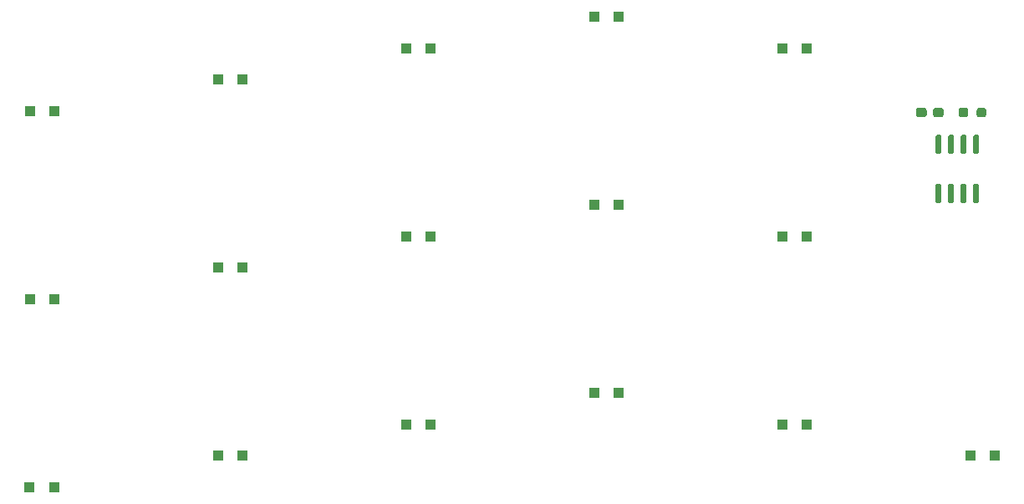
<source format=gbr>
%TF.GenerationSoftware,KiCad,Pcbnew,(5.1.9)-1*%
%TF.CreationDate,2021-08-25T16:33:49-05:00*%
%TF.ProjectId,TartarSauce,54617274-6172-4536-9175-63652e6b6963,rev?*%
%TF.SameCoordinates,Original*%
%TF.FileFunction,Paste,Bot*%
%TF.FilePolarity,Positive*%
%FSLAX46Y46*%
G04 Gerber Fmt 4.6, Leading zero omitted, Abs format (unit mm)*
G04 Created by KiCad (PCBNEW (5.1.9)-1) date 2021-08-25 16:33:49*
%MOMM*%
%LPD*%
G01*
G04 APERTURE LIST*
%ADD10R,1.000000X1.000000*%
G04 APERTURE END LIST*
D10*
%TO.C,D17*%
X136565000Y-100330000D03*
X139065000Y-100330000D03*
%TD*%
%TO.C,D15*%
X117515000Y-97155000D03*
X120015000Y-97155000D03*
%TD*%
%TO.C,D14*%
X117515000Y-78105000D03*
X120015000Y-78105000D03*
%TD*%
%TO.C,D13*%
X117515000Y-59055000D03*
X120015000Y-59055000D03*
%TD*%
%TO.C,D12*%
X98465000Y-93980000D03*
X100965000Y-93980000D03*
%TD*%
%TO.C,D11*%
X98465000Y-74930000D03*
X100965000Y-74930000D03*
%TD*%
%TO.C,D10*%
X98465000Y-55880000D03*
X100965000Y-55880000D03*
%TD*%
%TO.C,D9*%
X79415000Y-97155000D03*
X81915000Y-97155000D03*
%TD*%
%TO.C,D8*%
X79415000Y-78105000D03*
X81915000Y-78105000D03*
%TD*%
%TO.C,D7*%
X79415000Y-59055000D03*
X81915000Y-59055000D03*
%TD*%
%TO.C,D6*%
X60365000Y-100330000D03*
X62865000Y-100330000D03*
%TD*%
%TO.C,D5*%
X60365000Y-81280000D03*
X62865000Y-81280000D03*
%TD*%
%TO.C,D4*%
X60365000Y-62230000D03*
X62865000Y-62230000D03*
%TD*%
%TO.C,D3*%
X41275000Y-103505000D03*
X43775000Y-103505000D03*
%TD*%
%TO.C,D2*%
X41315000Y-84455000D03*
X43815000Y-84455000D03*
%TD*%
%TO.C,D1*%
X41315000Y-65405000D03*
X43815000Y-65405000D03*
%TD*%
%TO.C,U2*%
G36*
G01*
X133200000Y-72775027D02*
X133500000Y-72775027D01*
G75*
G02*
X133650000Y-72925027I0J-150000D01*
G01*
X133650000Y-74575027D01*
G75*
G02*
X133500000Y-74725027I-150000J0D01*
G01*
X133200000Y-74725027D01*
G75*
G02*
X133050000Y-74575027I0J150000D01*
G01*
X133050000Y-72925027D01*
G75*
G02*
X133200000Y-72775027I150000J0D01*
G01*
G37*
G36*
G01*
X134470000Y-72775027D02*
X134770000Y-72775027D01*
G75*
G02*
X134920000Y-72925027I0J-150000D01*
G01*
X134920000Y-74575027D01*
G75*
G02*
X134770000Y-74725027I-150000J0D01*
G01*
X134470000Y-74725027D01*
G75*
G02*
X134320000Y-74575027I0J150000D01*
G01*
X134320000Y-72925027D01*
G75*
G02*
X134470000Y-72775027I150000J0D01*
G01*
G37*
G36*
G01*
X135740000Y-72775027D02*
X136040000Y-72775027D01*
G75*
G02*
X136190000Y-72925027I0J-150000D01*
G01*
X136190000Y-74575027D01*
G75*
G02*
X136040000Y-74725027I-150000J0D01*
G01*
X135740000Y-74725027D01*
G75*
G02*
X135590000Y-74575027I0J150000D01*
G01*
X135590000Y-72925027D01*
G75*
G02*
X135740000Y-72775027I150000J0D01*
G01*
G37*
G36*
G01*
X137010000Y-72775027D02*
X137310000Y-72775027D01*
G75*
G02*
X137460000Y-72925027I0J-150000D01*
G01*
X137460000Y-74575027D01*
G75*
G02*
X137310000Y-74725027I-150000J0D01*
G01*
X137010000Y-74725027D01*
G75*
G02*
X136860000Y-74575027I0J150000D01*
G01*
X136860000Y-72925027D01*
G75*
G02*
X137010000Y-72775027I150000J0D01*
G01*
G37*
G36*
G01*
X137010000Y-67825027D02*
X137310000Y-67825027D01*
G75*
G02*
X137460000Y-67975027I0J-150000D01*
G01*
X137460000Y-69625027D01*
G75*
G02*
X137310000Y-69775027I-150000J0D01*
G01*
X137010000Y-69775027D01*
G75*
G02*
X136860000Y-69625027I0J150000D01*
G01*
X136860000Y-67975027D01*
G75*
G02*
X137010000Y-67825027I150000J0D01*
G01*
G37*
G36*
G01*
X135740000Y-67825027D02*
X136040000Y-67825027D01*
G75*
G02*
X136190000Y-67975027I0J-150000D01*
G01*
X136190000Y-69625027D01*
G75*
G02*
X136040000Y-69775027I-150000J0D01*
G01*
X135740000Y-69775027D01*
G75*
G02*
X135590000Y-69625027I0J150000D01*
G01*
X135590000Y-67975027D01*
G75*
G02*
X135740000Y-67825027I150000J0D01*
G01*
G37*
G36*
G01*
X134470000Y-67825027D02*
X134770000Y-67825027D01*
G75*
G02*
X134920000Y-67975027I0J-150000D01*
G01*
X134920000Y-69625027D01*
G75*
G02*
X134770000Y-69775027I-150000J0D01*
G01*
X134470000Y-69775027D01*
G75*
G02*
X134320000Y-69625027I0J150000D01*
G01*
X134320000Y-67975027D01*
G75*
G02*
X134470000Y-67825027I150000J0D01*
G01*
G37*
G36*
G01*
X133200000Y-67825027D02*
X133500000Y-67825027D01*
G75*
G02*
X133650000Y-67975027I0J-150000D01*
G01*
X133650000Y-69625027D01*
G75*
G02*
X133500000Y-69775027I-150000J0D01*
G01*
X133200000Y-69775027D01*
G75*
G02*
X133050000Y-69625027I0J150000D01*
G01*
X133050000Y-67975027D01*
G75*
G02*
X133200000Y-67825027I150000J0D01*
G01*
G37*
%TD*%
%TO.C,R1*%
G36*
G01*
X136377500Y-65326403D02*
X136377500Y-65801403D01*
G75*
G02*
X136140000Y-66038903I-237500J0D01*
G01*
X135640000Y-66038903D01*
G75*
G02*
X135402500Y-65801403I0J237500D01*
G01*
X135402500Y-65326403D01*
G75*
G02*
X135640000Y-65088903I237500J0D01*
G01*
X136140000Y-65088903D01*
G75*
G02*
X136377500Y-65326403I0J-237500D01*
G01*
G37*
G36*
G01*
X138202500Y-65326403D02*
X138202500Y-65801403D01*
G75*
G02*
X137965000Y-66038903I-237500J0D01*
G01*
X137465000Y-66038903D01*
G75*
G02*
X137227500Y-65801403I0J237500D01*
G01*
X137227500Y-65326403D01*
G75*
G02*
X137465000Y-65088903I237500J0D01*
G01*
X137965000Y-65088903D01*
G75*
G02*
X138202500Y-65326403I0J-237500D01*
G01*
G37*
%TD*%
%TO.C,C1*%
G36*
G01*
X132812500Y-65801403D02*
X132812500Y-65326403D01*
G75*
G02*
X133050000Y-65088903I237500J0D01*
G01*
X133650000Y-65088903D01*
G75*
G02*
X133887500Y-65326403I0J-237500D01*
G01*
X133887500Y-65801403D01*
G75*
G02*
X133650000Y-66038903I-237500J0D01*
G01*
X133050000Y-66038903D01*
G75*
G02*
X132812500Y-65801403I0J237500D01*
G01*
G37*
G36*
G01*
X131087500Y-65801403D02*
X131087500Y-65326403D01*
G75*
G02*
X131325000Y-65088903I237500J0D01*
G01*
X131925000Y-65088903D01*
G75*
G02*
X132162500Y-65326403I0J-237500D01*
G01*
X132162500Y-65801403D01*
G75*
G02*
X131925000Y-66038903I-237500J0D01*
G01*
X131325000Y-66038903D01*
G75*
G02*
X131087500Y-65801403I0J237500D01*
G01*
G37*
%TD*%
M02*

</source>
